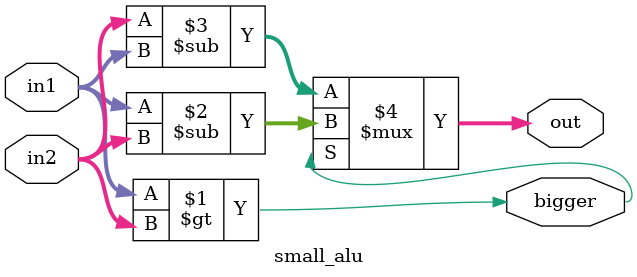
<source format=v>
module small_alu (in1, in2, bigger , out);  
    
	 input [7:0] in1, in2;
	 output [7:0] out;
	 output bigger;
	 
	 wire bigger;
	 
	 assign bigger = in1 > in2;
	 assign out = (bigger) ?  (in1 - in2) : (in2 - in1);

endmodule
	
    	
</source>
